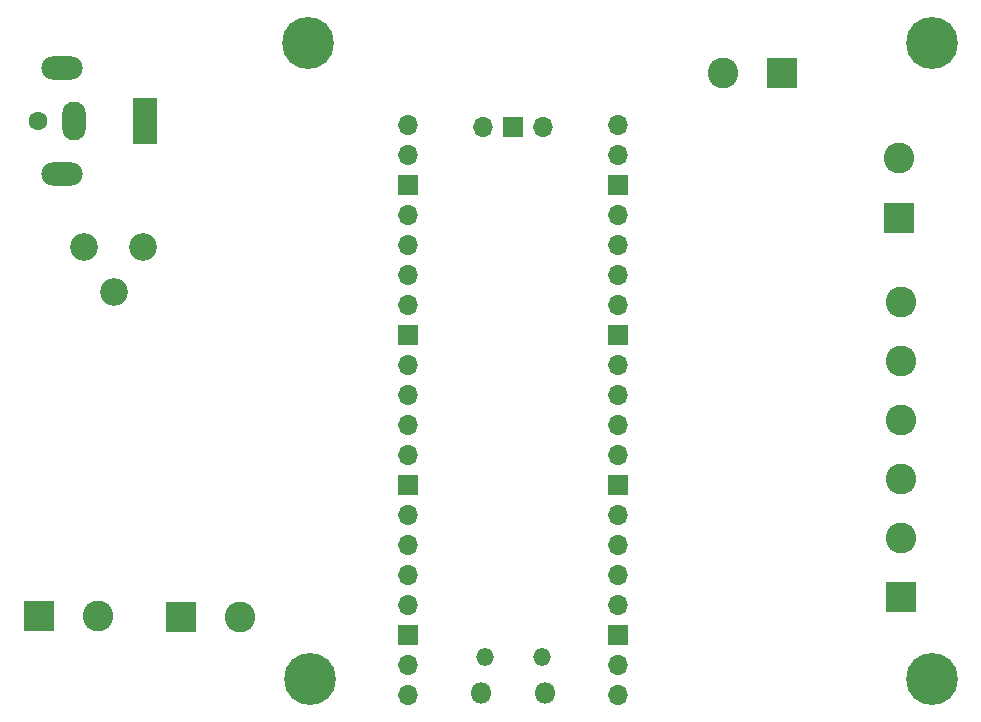
<source format=gbr>
%TF.GenerationSoftware,KiCad,Pcbnew,7.0.1-0*%
%TF.CreationDate,2024-01-28T22:02:15-07:00*%
%TF.ProjectId,biju_saturn_lamp,62696a75-5f73-4617-9475-726e5f6c616d,rev?*%
%TF.SameCoordinates,Original*%
%TF.FileFunction,Soldermask,Bot*%
%TF.FilePolarity,Negative*%
%FSLAX46Y46*%
G04 Gerber Fmt 4.6, Leading zero omitted, Abs format (unit mm)*
G04 Created by KiCad (PCBNEW 7.0.1-0) date 2024-01-28 22:02:15*
%MOMM*%
%LPD*%
G01*
G04 APERTURE LIST*
%ADD10C,4.400000*%
%ADD11R,2.600000X2.600000*%
%ADD12C,2.600000*%
%ADD13C,1.600000*%
%ADD14R,2.000000X4.000000*%
%ADD15O,2.000000X3.300000*%
%ADD16O,3.500000X2.000000*%
%ADD17C,2.340000*%
%ADD18O,1.800000X1.800000*%
%ADD19O,1.500000X1.500000*%
%ADD20O,1.700000X1.700000*%
%ADD21R,1.700000X1.700000*%
G04 APERTURE END LIST*
D10*
%TO.C,H2*%
X233172000Y-135636000D03*
%TD*%
%TO.C,H1*%
X233172000Y-81788000D03*
%TD*%
D11*
%TO.C,J3*%
X230378200Y-96581600D03*
D12*
X230378200Y-91581600D03*
%TD*%
D11*
%TO.C,J2*%
X230530400Y-128741200D03*
D12*
X230530400Y-123741200D03*
X230530400Y-118741200D03*
X230530400Y-113741200D03*
X230530400Y-108741200D03*
X230530400Y-103741200D03*
%TD*%
D11*
%TO.C,J5*%
X220482800Y-84378600D03*
D12*
X215482800Y-84378600D03*
%TD*%
D13*
%TO.C,J1*%
X157480000Y-88392000D03*
D14*
X166480000Y-88392000D03*
D15*
X160480000Y-88392000D03*
D16*
X159480000Y-83892000D03*
X159480000Y-92892000D03*
%TD*%
D11*
%TO.C,SW1*%
X169559600Y-130403800D03*
D12*
X174559600Y-130403800D03*
%TD*%
D17*
%TO.C,RV1*%
X166366000Y-99070000D03*
X163866000Y-102870000D03*
X161366000Y-99070000D03*
%TD*%
D10*
%TO.C,H4*%
X180467000Y-135636000D03*
%TD*%
D18*
%TO.C,U1*%
X200425200Y-136837200D03*
D19*
X200125200Y-133807200D03*
X195275200Y-133807200D03*
D18*
X194975200Y-136837200D03*
D20*
X206590200Y-136967200D03*
X206590200Y-134427200D03*
D21*
X206590200Y-131887200D03*
D20*
X206590200Y-129347200D03*
X206590200Y-126807200D03*
X206590200Y-124267200D03*
X206590200Y-121727200D03*
D21*
X206590200Y-119187200D03*
D20*
X206590200Y-116647200D03*
X206590200Y-114107200D03*
X206590200Y-111567200D03*
X206590200Y-109027200D03*
D21*
X206590200Y-106487200D03*
D20*
X206590200Y-103947200D03*
X206590200Y-101407200D03*
X206590200Y-98867200D03*
X206590200Y-96327200D03*
D21*
X206590200Y-93787200D03*
D20*
X206590200Y-91247200D03*
X206590200Y-88707200D03*
X188810200Y-88707200D03*
X188810200Y-91247200D03*
D21*
X188810200Y-93787200D03*
D20*
X188810200Y-96327200D03*
X188810200Y-98867200D03*
X188810200Y-101407200D03*
X188810200Y-103947200D03*
D21*
X188810200Y-106487200D03*
D20*
X188810200Y-109027200D03*
X188810200Y-111567200D03*
X188810200Y-114107200D03*
X188810200Y-116647200D03*
D21*
X188810200Y-119187200D03*
D20*
X188810200Y-121727200D03*
X188810200Y-124267200D03*
X188810200Y-126807200D03*
X188810200Y-129347200D03*
D21*
X188810200Y-131887200D03*
D20*
X188810200Y-134427200D03*
X188810200Y-136967200D03*
X200240200Y-88937200D03*
D21*
X197700200Y-88937200D03*
D20*
X195160200Y-88937200D03*
%TD*%
D10*
%TO.C,H3*%
X180340000Y-81788000D03*
%TD*%
D11*
%TO.C,J4*%
X157520000Y-130353000D03*
D12*
X162520000Y-130353000D03*
%TD*%
M02*

</source>
